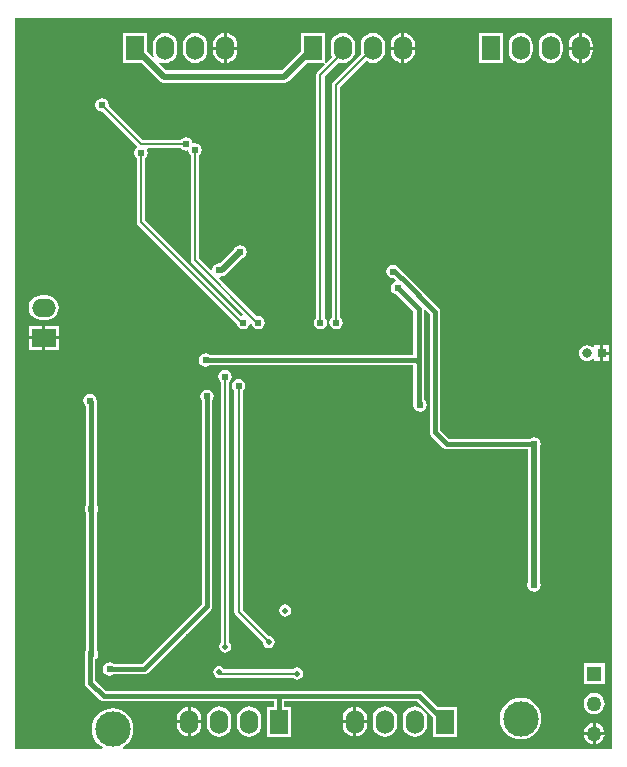
<source format=gbl>
G04*
G04 #@! TF.GenerationSoftware,Altium Limited,Altium Designer,18.1.9 (240)*
G04*
G04 Layer_Physical_Order=2*
G04 Layer_Color=16711680*
%FSLAX24Y24*%
%MOIN*%
G70*
G01*
G75*
%ADD12C,0.0080*%
%ADD61C,0.0150*%
%ADD64C,0.0200*%
%ADD65C,0.1181*%
%ADD66O,0.0600X0.0800*%
%ADD67R,0.0600X0.0800*%
%ADD68O,0.0800X0.0600*%
%ADD69R,0.0800X0.0600*%
%ADD70C,0.0500*%
%ADD71R,0.0500X0.0500*%
%ADD72R,0.0315X0.0315*%
%ADD73C,0.0315*%
%ADD74C,0.0197*%
%ADD75C,0.0240*%
G36*
X30007Y25493D02*
X13691D01*
X13679Y25543D01*
X13736Y25573D01*
X13841Y25659D01*
X13927Y25764D01*
X13991Y25884D01*
X14031Y26015D01*
X14044Y26150D01*
X14031Y26285D01*
X13991Y26416D01*
X13927Y26536D01*
X13841Y26641D01*
X13736Y26727D01*
X13616Y26791D01*
X13485Y26831D01*
X13350Y26844D01*
X13215Y26831D01*
X13084Y26791D01*
X12964Y26727D01*
X12859Y26641D01*
X12773Y26536D01*
X12709Y26416D01*
X12669Y26285D01*
X12656Y26150D01*
X12669Y26015D01*
X12709Y25884D01*
X12773Y25764D01*
X12859Y25659D01*
X12964Y25573D01*
X13021Y25543D01*
X13009Y25493D01*
X10093D01*
Y49850D01*
X30007D01*
Y25493D01*
D02*
G37*
%LPC*%
G36*
X29000Y49347D02*
Y48900D01*
X29353D01*
Y48950D01*
X29340Y49054D01*
X29299Y49152D01*
X29235Y49235D01*
X29152Y49299D01*
X29054Y49340D01*
X29000Y49347D01*
D02*
G37*
G36*
X23075D02*
Y48900D01*
X23428D01*
Y48950D01*
X23415Y49054D01*
X23374Y49152D01*
X23310Y49235D01*
X23227Y49299D01*
X23129Y49340D01*
X23075Y49347D01*
D02*
G37*
G36*
X17150D02*
Y48900D01*
X17503D01*
Y48950D01*
X17490Y49054D01*
X17449Y49152D01*
X17385Y49235D01*
X17302Y49299D01*
X17204Y49340D01*
X17150Y49347D01*
D02*
G37*
G36*
X28900D02*
X28846Y49340D01*
X28748Y49299D01*
X28665Y49235D01*
X28601Y49152D01*
X28560Y49054D01*
X28547Y48950D01*
Y48900D01*
X28900D01*
Y49347D01*
D02*
G37*
G36*
X22975D02*
X22921Y49340D01*
X22823Y49299D01*
X22740Y49235D01*
X22676Y49152D01*
X22635Y49054D01*
X22622Y48950D01*
Y48900D01*
X22975D01*
Y49347D01*
D02*
G37*
G36*
X17050D02*
X16996Y49340D01*
X16898Y49299D01*
X16815Y49235D01*
X16751Y49152D01*
X16710Y49054D01*
X16697Y48950D01*
Y48900D01*
X17050D01*
Y49347D01*
D02*
G37*
G36*
X29353Y48800D02*
X29000D01*
Y48353D01*
X29054Y48360D01*
X29152Y48401D01*
X29235Y48465D01*
X29299Y48548D01*
X29340Y48646D01*
X29353Y48750D01*
Y48800D01*
D02*
G37*
G36*
X23428D02*
X23075D01*
Y48353D01*
X23129Y48360D01*
X23227Y48401D01*
X23310Y48465D01*
X23374Y48548D01*
X23415Y48646D01*
X23428Y48750D01*
Y48800D01*
D02*
G37*
G36*
X17503D02*
X17150D01*
Y48353D01*
X17204Y48360D01*
X17302Y48401D01*
X17385Y48465D01*
X17449Y48548D01*
X17490Y48646D01*
X17503Y48750D01*
Y48800D01*
D02*
G37*
G36*
X28900D02*
X28547D01*
Y48750D01*
X28560Y48646D01*
X28601Y48548D01*
X28665Y48465D01*
X28748Y48401D01*
X28846Y48360D01*
X28900Y48353D01*
Y48800D01*
D02*
G37*
G36*
X22975D02*
X22622D01*
Y48750D01*
X22635Y48646D01*
X22676Y48548D01*
X22740Y48465D01*
X22823Y48401D01*
X22921Y48360D01*
X22975Y48353D01*
Y48800D01*
D02*
G37*
G36*
X17050D02*
X16697D01*
Y48750D01*
X16710Y48646D01*
X16751Y48548D01*
X16815Y48465D01*
X16898Y48401D01*
X16996Y48360D01*
X17050Y48353D01*
Y48800D01*
D02*
G37*
G36*
X21025Y49353D02*
X20921Y49340D01*
X20823Y49299D01*
X20740Y49235D01*
X20676Y49152D01*
X20635Y49054D01*
X20622Y48950D01*
Y48750D01*
X20635Y48646D01*
X20674Y48551D01*
X20475Y48352D01*
X20425Y48373D01*
X20425Y48391D01*
Y49350D01*
X19625D01*
Y48738D01*
X18991Y48104D01*
X15134D01*
X14887Y48351D01*
X14916Y48393D01*
X14996Y48360D01*
X15100Y48347D01*
X15204Y48360D01*
X15302Y48401D01*
X15385Y48465D01*
X15449Y48548D01*
X15490Y48646D01*
X15503Y48750D01*
Y48950D01*
X15490Y49054D01*
X15449Y49152D01*
X15385Y49235D01*
X15302Y49299D01*
X15204Y49340D01*
X15100Y49353D01*
X14996Y49340D01*
X14898Y49299D01*
X14815Y49235D01*
X14751Y49152D01*
X14710Y49054D01*
X14697Y48950D01*
Y48750D01*
X14710Y48646D01*
X14743Y48566D01*
X14701Y48537D01*
X14500Y48738D01*
Y49350D01*
X13700D01*
Y48350D01*
X14312D01*
X14906Y47756D01*
X14972Y47712D01*
X15050Y47696D01*
X19075D01*
X19153Y47712D01*
X19219Y47756D01*
X19813Y48350D01*
X20382D01*
X20402Y48350D01*
X20423Y48300D01*
X20176Y48053D01*
X20145Y48007D01*
X20134Y47952D01*
X20134Y47952D01*
Y39869D01*
X20119Y39859D01*
X20070Y39786D01*
X20053Y39700D01*
X20070Y39614D01*
X20119Y39541D01*
X20191Y39493D01*
X20277Y39476D01*
X20363Y39493D01*
X20436Y39541D01*
X20484Y39614D01*
X20501Y39700D01*
X20484Y39786D01*
X20436Y39859D01*
X20420Y39869D01*
Y47893D01*
X20897Y48370D01*
X20921Y48360D01*
X21025Y48347D01*
X21129Y48360D01*
X21227Y48401D01*
X21310Y48465D01*
X21374Y48548D01*
X21415Y48646D01*
X21428Y48750D01*
Y48950D01*
X21415Y49054D01*
X21374Y49152D01*
X21310Y49235D01*
X21227Y49299D01*
X21129Y49340D01*
X21025Y49353D01*
D02*
G37*
G36*
X26350Y49350D02*
X25550D01*
Y48350D01*
X26350D01*
Y49350D01*
D02*
G37*
G36*
X27950Y49353D02*
X27846Y49340D01*
X27748Y49299D01*
X27665Y49235D01*
X27601Y49152D01*
X27560Y49054D01*
X27547Y48950D01*
Y48750D01*
X27560Y48646D01*
X27601Y48548D01*
X27665Y48465D01*
X27748Y48401D01*
X27846Y48360D01*
X27950Y48347D01*
X28054Y48360D01*
X28152Y48401D01*
X28235Y48465D01*
X28299Y48548D01*
X28340Y48646D01*
X28353Y48750D01*
Y48950D01*
X28340Y49054D01*
X28299Y49152D01*
X28235Y49235D01*
X28152Y49299D01*
X28054Y49340D01*
X27950Y49353D01*
D02*
G37*
G36*
X26950D02*
X26846Y49340D01*
X26748Y49299D01*
X26665Y49235D01*
X26601Y49152D01*
X26560Y49054D01*
X26547Y48950D01*
Y48750D01*
X26560Y48646D01*
X26601Y48548D01*
X26665Y48465D01*
X26748Y48401D01*
X26846Y48360D01*
X26950Y48347D01*
X27054Y48360D01*
X27152Y48401D01*
X27235Y48465D01*
X27299Y48548D01*
X27340Y48646D01*
X27353Y48750D01*
Y48950D01*
X27340Y49054D01*
X27299Y49152D01*
X27235Y49235D01*
X27152Y49299D01*
X27054Y49340D01*
X26950Y49353D01*
D02*
G37*
G36*
X22025D02*
X21921Y49340D01*
X21823Y49299D01*
X21740Y49235D01*
X21676Y49152D01*
X21635Y49054D01*
X21622Y48950D01*
Y48750D01*
X21633Y48660D01*
X20699Y47726D01*
X20668Y47680D01*
X20657Y47625D01*
X20657Y47625D01*
Y39869D01*
X20641Y39859D01*
X20593Y39786D01*
X20576Y39700D01*
X20593Y39614D01*
X20641Y39541D01*
X20714Y39493D01*
X20800Y39476D01*
X20886Y39493D01*
X20959Y39541D01*
X21007Y39614D01*
X21024Y39700D01*
X21007Y39786D01*
X20959Y39859D01*
X20943Y39869D01*
Y47566D01*
X21797Y48420D01*
X21823Y48401D01*
X21921Y48360D01*
X22025Y48347D01*
X22129Y48360D01*
X22227Y48401D01*
X22310Y48465D01*
X22374Y48548D01*
X22415Y48646D01*
X22428Y48750D01*
Y48950D01*
X22415Y49054D01*
X22374Y49152D01*
X22310Y49235D01*
X22227Y49299D01*
X22129Y49340D01*
X22025Y49353D01*
D02*
G37*
G36*
X16100D02*
X15996Y49340D01*
X15898Y49299D01*
X15815Y49235D01*
X15751Y49152D01*
X15710Y49054D01*
X15697Y48950D01*
Y48750D01*
X15710Y48646D01*
X15751Y48548D01*
X15815Y48465D01*
X15898Y48401D01*
X15996Y48360D01*
X16100Y48347D01*
X16204Y48360D01*
X16302Y48401D01*
X16385Y48465D01*
X16449Y48548D01*
X16490Y48646D01*
X16503Y48750D01*
Y48950D01*
X16490Y49054D01*
X16449Y49152D01*
X16385Y49235D01*
X16302Y49299D01*
X16204Y49340D01*
X16100Y49353D01*
D02*
G37*
G36*
X11150Y40603D02*
X10950D01*
X10846Y40590D01*
X10748Y40549D01*
X10665Y40485D01*
X10601Y40402D01*
X10560Y40304D01*
X10547Y40200D01*
X10560Y40096D01*
X10601Y39998D01*
X10665Y39915D01*
X10748Y39851D01*
X10846Y39810D01*
X10950Y39797D01*
X11150D01*
X11254Y39810D01*
X11352Y39851D01*
X11435Y39915D01*
X11499Y39998D01*
X11540Y40096D01*
X11553Y40200D01*
X11540Y40304D01*
X11499Y40402D01*
X11435Y40485D01*
X11352Y40549D01*
X11254Y40590D01*
X11150Y40603D01*
D02*
G37*
G36*
X13000Y47174D02*
X12914Y47157D01*
X12841Y47109D01*
X12793Y47036D01*
X12776Y46950D01*
X12793Y46864D01*
X12841Y46791D01*
X12914Y46743D01*
X13000Y46726D01*
X13019Y46729D01*
X14164Y45584D01*
X14158Y45520D01*
X14141Y45509D01*
X14093Y45436D01*
X14076Y45350D01*
X14093Y45264D01*
X14141Y45191D01*
X14157Y45181D01*
Y43051D01*
X14157Y43051D01*
X14168Y42997D01*
X14199Y42951D01*
X17482Y39667D01*
X17493Y39614D01*
X17541Y39541D01*
X17614Y39493D01*
X17700Y39476D01*
X17786Y39493D01*
X17859Y39541D01*
X17907Y39614D01*
X17911Y39632D01*
X17967Y39657D01*
X17987Y39646D01*
X17993Y39614D01*
X18041Y39541D01*
X18114Y39493D01*
X18200Y39476D01*
X18286Y39493D01*
X18359Y39541D01*
X18407Y39614D01*
X18424Y39700D01*
X18407Y39786D01*
X18359Y39859D01*
X18286Y39907D01*
X18200Y39924D01*
X18155Y39915D01*
X16889Y41181D01*
X16913Y41228D01*
X16986Y41243D01*
X16991Y41246D01*
X17000D01*
X17078Y41262D01*
X17144Y41306D01*
X17680Y41842D01*
X17686Y41843D01*
X17759Y41891D01*
X17807Y41964D01*
X17824Y42050D01*
X17807Y42136D01*
X17759Y42209D01*
X17686Y42257D01*
X17600Y42274D01*
X17514Y42257D01*
X17441Y42209D01*
X17393Y42136D01*
X17392Y42130D01*
X16930Y41668D01*
X16900Y41674D01*
X16814Y41657D01*
X16741Y41609D01*
X16693Y41536D01*
X16678Y41463D01*
X16631Y41439D01*
X16243Y41827D01*
Y45281D01*
X16259Y45291D01*
X16307Y45364D01*
X16324Y45450D01*
X16307Y45536D01*
X16259Y45609D01*
X16186Y45657D01*
X16100Y45674D01*
X16023Y45659D01*
X16007Y45736D01*
X15959Y45809D01*
X15886Y45857D01*
X15800Y45874D01*
X15714Y45857D01*
X15641Y45809D01*
X15631Y45793D01*
X14359D01*
X13221Y46931D01*
X13224Y46950D01*
X13207Y47036D01*
X13159Y47109D01*
X13086Y47157D01*
X13000Y47174D01*
D02*
G37*
G36*
X11550Y39600D02*
X11100D01*
Y39250D01*
X11550D01*
Y39600D01*
D02*
G37*
G36*
X11000D02*
X10550D01*
Y39250D01*
X11000D01*
Y39600D01*
D02*
G37*
G36*
X11550Y39150D02*
X11100D01*
Y38800D01*
X11550D01*
Y39150D01*
D02*
G37*
G36*
X11000D02*
X10550D01*
Y38800D01*
X11000D01*
Y39150D01*
D02*
G37*
G36*
X29907Y38939D02*
X29700D01*
Y38731D01*
X29907D01*
Y38939D01*
D02*
G37*
G36*
Y38631D02*
X29700D01*
Y38424D01*
X29907D01*
Y38631D01*
D02*
G37*
G36*
X29158Y38941D02*
X29091Y38932D01*
X29028Y38906D01*
X28974Y38865D01*
X28933Y38811D01*
X28907Y38749D01*
X28898Y38681D01*
X28907Y38614D01*
X28933Y38552D01*
X28974Y38498D01*
X29028Y38456D01*
X29091Y38431D01*
X29158Y38422D01*
X29225Y38431D01*
X29288Y38456D01*
X29342Y38498D01*
X29343Y38499D01*
X29393Y38482D01*
Y38424D01*
X29600D01*
Y38681D01*
Y38939D01*
X29393D01*
Y38881D01*
X29343Y38864D01*
X29342Y38865D01*
X29288Y38906D01*
X29225Y38932D01*
X29158Y38941D01*
D02*
G37*
G36*
X22700Y41624D02*
X22614Y41607D01*
X22541Y41559D01*
X22493Y41486D01*
X22476Y41400D01*
X22493Y41314D01*
X22541Y41241D01*
X22614Y41193D01*
X22700Y41176D01*
X22716Y41179D01*
X22788Y41107D01*
X22774Y41059D01*
X22764Y41057D01*
X22691Y41009D01*
X22643Y40936D01*
X22626Y40850D01*
X22643Y40764D01*
X22691Y40691D01*
X22764Y40643D01*
X22815Y40633D01*
X23372Y40076D01*
Y38628D01*
X16579D01*
X16536Y38657D01*
X16450Y38674D01*
X16364Y38657D01*
X16291Y38609D01*
X16243Y38536D01*
X16226Y38450D01*
X16243Y38364D01*
X16291Y38291D01*
X16364Y38243D01*
X16450Y38226D01*
X16536Y38243D01*
X16579Y38272D01*
X23372D01*
Y37000D01*
X23379Y36965D01*
X23376Y36950D01*
X23393Y36864D01*
X23441Y36791D01*
X23514Y36743D01*
X23600Y36726D01*
X23686Y36743D01*
X23759Y36791D01*
X23807Y36864D01*
X23824Y36950D01*
X23807Y37036D01*
X23759Y37109D01*
X23728Y37129D01*
Y38350D01*
Y40101D01*
X23778Y40122D01*
X23922Y39979D01*
Y36050D01*
X23935Y35982D01*
X23974Y35924D01*
X24374Y35524D01*
X24374Y35524D01*
X24432Y35485D01*
X24500Y35472D01*
X27196D01*
Y31041D01*
X27193Y31036D01*
X27176Y30950D01*
X27193Y30864D01*
X27241Y30791D01*
X27314Y30743D01*
X27400Y30726D01*
X27486Y30743D01*
X27559Y30791D01*
X27607Y30864D01*
X27624Y30950D01*
X27607Y31036D01*
X27604Y31041D01*
Y35559D01*
X27607Y35564D01*
X27624Y35650D01*
X27607Y35736D01*
X27559Y35809D01*
X27486Y35857D01*
X27400Y35874D01*
X27314Y35857D01*
X27271Y35828D01*
X24574D01*
X24278Y36124D01*
Y40053D01*
X24278Y40053D01*
X24265Y40121D01*
X24226Y40179D01*
X24226Y40179D01*
X23109Y41296D01*
X23093Y41306D01*
X22894Y41506D01*
X22859Y41559D01*
X22786Y41607D01*
X22700Y41624D01*
D02*
G37*
G36*
X19100Y30302D02*
X19023Y30287D01*
X18957Y30243D01*
X18913Y30177D01*
X18898Y30100D01*
X18913Y30023D01*
X18957Y29957D01*
X19023Y29913D01*
X19100Y29898D01*
X19177Y29913D01*
X19243Y29957D01*
X19287Y30023D01*
X19302Y30100D01*
X19287Y30177D01*
X19243Y30243D01*
X19177Y30287D01*
X19100Y30302D01*
D02*
G37*
G36*
X17550Y37824D02*
X17464Y37807D01*
X17391Y37759D01*
X17343Y37686D01*
X17326Y37600D01*
X17343Y37514D01*
X17391Y37441D01*
X17407Y37431D01*
Y30050D01*
X17407Y30050D01*
X17418Y29995D01*
X17449Y29949D01*
X18348Y29050D01*
X18348Y29050D01*
X18363Y28973D01*
X18407Y28907D01*
X18473Y28863D01*
X18550Y28848D01*
X18627Y28863D01*
X18693Y28907D01*
X18737Y28973D01*
X18752Y29050D01*
X18737Y29127D01*
X18693Y29193D01*
X18627Y29237D01*
X18550Y29252D01*
X18550Y29252D01*
X17693Y30109D01*
Y37431D01*
X17709Y37441D01*
X17757Y37514D01*
X17774Y37600D01*
X17757Y37686D01*
X17709Y37759D01*
X17636Y37807D01*
X17550Y37824D01*
D02*
G37*
G36*
X17100Y38124D02*
X17014Y38107D01*
X16941Y38059D01*
X16893Y37986D01*
X16876Y37900D01*
X16893Y37814D01*
X16941Y37741D01*
X16957Y37731D01*
Y29043D01*
X16957Y29043D01*
X16913Y28977D01*
X16898Y28900D01*
X16913Y28823D01*
X16957Y28757D01*
X17023Y28713D01*
X17100Y28698D01*
X17177Y28713D01*
X17243Y28757D01*
X17287Y28823D01*
X17302Y28900D01*
X17287Y28977D01*
X17243Y29043D01*
X17243Y29043D01*
Y37731D01*
X17259Y37741D01*
X17307Y37814D01*
X17324Y37900D01*
X17307Y37986D01*
X17259Y38059D01*
X17186Y38107D01*
X17100Y38124D01*
D02*
G37*
G36*
X16500Y37458D02*
X16414Y37441D01*
X16341Y37392D01*
X16293Y37320D01*
X16276Y37234D01*
X16293Y37148D01*
X16322Y37105D01*
Y30326D01*
X14324Y28328D01*
X13379D01*
X13336Y28357D01*
X13250Y28374D01*
X13164Y28357D01*
X13091Y28309D01*
X13043Y28236D01*
X13026Y28150D01*
X13043Y28064D01*
X13091Y27991D01*
X13164Y27943D01*
X13250Y27926D01*
X13336Y27943D01*
X13379Y27972D01*
X14397D01*
X14466Y27985D01*
X14524Y28024D01*
X16626Y30126D01*
X16626Y30126D01*
X16665Y30184D01*
X16678Y30253D01*
Y37105D01*
X16707Y37148D01*
X16724Y37234D01*
X16707Y37320D01*
X16659Y37392D01*
X16586Y37441D01*
X16500Y37458D01*
D02*
G37*
G36*
X16900Y28252D02*
X16823Y28237D01*
X16757Y28193D01*
X16713Y28127D01*
X16698Y28050D01*
X16713Y27973D01*
X16757Y27907D01*
X16823Y27863D01*
X16900Y27848D01*
X16949Y27857D01*
X16950Y27857D01*
X16950Y27857D01*
X19354D01*
X19354Y27857D01*
X19420Y27813D01*
X19497Y27798D01*
X19575Y27813D01*
X19640Y27857D01*
X19684Y27923D01*
X19700Y28000D01*
X19684Y28077D01*
X19640Y28143D01*
X19575Y28187D01*
X19497Y28202D01*
X19420Y28187D01*
X19354Y28143D01*
X19354Y28143D01*
X17077D01*
X17043Y28193D01*
X16977Y28237D01*
X16900Y28252D01*
D02*
G37*
G36*
X29750Y28350D02*
X29050D01*
Y27650D01*
X29750D01*
Y28350D01*
D02*
G37*
G36*
X29400Y27353D02*
X29309Y27341D01*
X29223Y27306D01*
X29150Y27250D01*
X29094Y27177D01*
X29059Y27091D01*
X29047Y27000D01*
X29059Y26909D01*
X29094Y26823D01*
X29150Y26750D01*
X29223Y26694D01*
X29309Y26659D01*
X29400Y26647D01*
X29491Y26659D01*
X29577Y26694D01*
X29650Y26750D01*
X29706Y26823D01*
X29741Y26909D01*
X29753Y27000D01*
X29741Y27091D01*
X29706Y27177D01*
X29650Y27250D01*
X29577Y27306D01*
X29491Y27341D01*
X29400Y27353D01*
D02*
G37*
G36*
X21475Y26897D02*
Y26450D01*
X21828D01*
Y26500D01*
X21815Y26604D01*
X21774Y26702D01*
X21710Y26785D01*
X21627Y26849D01*
X21529Y26890D01*
X21475Y26897D01*
D02*
G37*
G36*
X21375D02*
X21321Y26890D01*
X21223Y26849D01*
X21140Y26785D01*
X21076Y26702D01*
X21035Y26604D01*
X21022Y26500D01*
Y26450D01*
X21375D01*
Y26897D01*
D02*
G37*
G36*
X15950D02*
Y26450D01*
X16303D01*
Y26500D01*
X16290Y26604D01*
X16249Y26702D01*
X16185Y26785D01*
X16102Y26849D01*
X16004Y26890D01*
X15950Y26897D01*
D02*
G37*
G36*
X15850D02*
X15796Y26890D01*
X15698Y26849D01*
X15615Y26785D01*
X15551Y26702D01*
X15510Y26604D01*
X15497Y26500D01*
Y26450D01*
X15850D01*
Y26897D01*
D02*
G37*
G36*
X29450Y26346D02*
Y26050D01*
X29746D01*
X29741Y26091D01*
X29706Y26177D01*
X29650Y26250D01*
X29577Y26306D01*
X29491Y26341D01*
X29450Y26346D01*
D02*
G37*
G36*
X29350D02*
X29309Y26341D01*
X29223Y26306D01*
X29150Y26250D01*
X29094Y26177D01*
X29059Y26091D01*
X29054Y26050D01*
X29350D01*
Y26346D01*
D02*
G37*
G36*
X21828Y26350D02*
X21475D01*
Y25903D01*
X21529Y25910D01*
X21627Y25951D01*
X21710Y26015D01*
X21774Y26098D01*
X21815Y26196D01*
X21828Y26300D01*
Y26350D01*
D02*
G37*
G36*
X21375D02*
X21022D01*
Y26300D01*
X21035Y26196D01*
X21076Y26098D01*
X21140Y26015D01*
X21223Y25951D01*
X21321Y25910D01*
X21375Y25903D01*
Y26350D01*
D02*
G37*
G36*
X16303D02*
X15950D01*
Y25903D01*
X16004Y25910D01*
X16102Y25951D01*
X16185Y26015D01*
X16249Y26098D01*
X16290Y26196D01*
X16303Y26300D01*
Y26350D01*
D02*
G37*
G36*
X15850D02*
X15497D01*
Y26300D01*
X15510Y26196D01*
X15551Y26098D01*
X15615Y26015D01*
X15698Y25951D01*
X15796Y25910D01*
X15850Y25903D01*
Y26350D01*
D02*
G37*
G36*
X12600Y37324D02*
X12514Y37307D01*
X12441Y37259D01*
X12393Y37186D01*
X12376Y37100D01*
X12393Y37014D01*
X12441Y36941D01*
X12464Y36926D01*
Y33629D01*
X12435Y33586D01*
X12418Y33500D01*
X12435Y33414D01*
X12464Y33371D01*
Y28771D01*
X12435Y28728D01*
X12418Y28642D01*
X12424Y28612D01*
X12422Y28600D01*
Y27700D01*
X12435Y27632D01*
X12474Y27574D01*
X12924Y27124D01*
X12982Y27085D01*
X13050Y27072D01*
X18722D01*
Y26900D01*
X18500D01*
Y25900D01*
X19300D01*
Y26900D01*
X19078D01*
Y27072D01*
X23501D01*
X24025Y26548D01*
Y25900D01*
X24825D01*
Y26900D01*
X24177D01*
X23701Y27376D01*
X23643Y27415D01*
X23575Y27428D01*
X13124D01*
X12778Y27774D01*
Y28469D01*
X12801Y28484D01*
X12849Y28556D01*
X12866Y28642D01*
X12849Y28728D01*
X12821Y28771D01*
Y33371D01*
X12849Y33414D01*
X12866Y33500D01*
X12849Y33586D01*
X12821Y33629D01*
Y37058D01*
X12818Y37069D01*
X12824Y37100D01*
X12807Y37186D01*
X12759Y37259D01*
X12686Y37307D01*
X12600Y37324D01*
D02*
G37*
G36*
X23425Y26903D02*
X23321Y26890D01*
X23223Y26849D01*
X23140Y26785D01*
X23076Y26702D01*
X23035Y26604D01*
X23022Y26500D01*
Y26300D01*
X23035Y26196D01*
X23076Y26098D01*
X23140Y26015D01*
X23223Y25951D01*
X23321Y25910D01*
X23425Y25897D01*
X23529Y25910D01*
X23627Y25951D01*
X23710Y26015D01*
X23774Y26098D01*
X23815Y26196D01*
X23828Y26300D01*
Y26500D01*
X23815Y26604D01*
X23774Y26702D01*
X23710Y26785D01*
X23627Y26849D01*
X23529Y26890D01*
X23425Y26903D01*
D02*
G37*
G36*
X22425D02*
X22321Y26890D01*
X22223Y26849D01*
X22140Y26785D01*
X22076Y26702D01*
X22035Y26604D01*
X22022Y26500D01*
Y26300D01*
X22035Y26196D01*
X22076Y26098D01*
X22140Y26015D01*
X22223Y25951D01*
X22321Y25910D01*
X22425Y25897D01*
X22529Y25910D01*
X22627Y25951D01*
X22710Y26015D01*
X22774Y26098D01*
X22815Y26196D01*
X22828Y26300D01*
Y26500D01*
X22815Y26604D01*
X22774Y26702D01*
X22710Y26785D01*
X22627Y26849D01*
X22529Y26890D01*
X22425Y26903D01*
D02*
G37*
G36*
X17900D02*
X17796Y26890D01*
X17698Y26849D01*
X17615Y26785D01*
X17551Y26702D01*
X17510Y26604D01*
X17497Y26500D01*
Y26300D01*
X17510Y26196D01*
X17551Y26098D01*
X17615Y26015D01*
X17698Y25951D01*
X17796Y25910D01*
X17900Y25897D01*
X18004Y25910D01*
X18102Y25951D01*
X18185Y26015D01*
X18249Y26098D01*
X18290Y26196D01*
X18303Y26300D01*
Y26500D01*
X18290Y26604D01*
X18249Y26702D01*
X18185Y26785D01*
X18102Y26849D01*
X18004Y26890D01*
X17900Y26903D01*
D02*
G37*
G36*
X16900D02*
X16796Y26890D01*
X16698Y26849D01*
X16615Y26785D01*
X16551Y26702D01*
X16510Y26604D01*
X16497Y26500D01*
Y26300D01*
X16510Y26196D01*
X16551Y26098D01*
X16615Y26015D01*
X16698Y25951D01*
X16796Y25910D01*
X16900Y25897D01*
X17004Y25910D01*
X17102Y25951D01*
X17185Y26015D01*
X17249Y26098D01*
X17290Y26196D01*
X17303Y26300D01*
Y26500D01*
X17290Y26604D01*
X17249Y26702D01*
X17185Y26785D01*
X17102Y26849D01*
X17004Y26890D01*
X16900Y26903D01*
D02*
G37*
G36*
X26950Y27194D02*
X26815Y27181D01*
X26684Y27141D01*
X26564Y27077D01*
X26459Y26991D01*
X26373Y26886D01*
X26309Y26766D01*
X26269Y26635D01*
X26256Y26500D01*
X26269Y26365D01*
X26309Y26234D01*
X26373Y26114D01*
X26459Y26009D01*
X26564Y25923D01*
X26684Y25859D01*
X26815Y25819D01*
X26950Y25806D01*
X27085Y25819D01*
X27216Y25859D01*
X27336Y25923D01*
X27441Y26009D01*
X27527Y26114D01*
X27591Y26234D01*
X27631Y26365D01*
X27644Y26500D01*
X27631Y26635D01*
X27591Y26766D01*
X27527Y26886D01*
X27441Y26991D01*
X27336Y27077D01*
X27216Y27141D01*
X27085Y27181D01*
X26950Y27194D01*
D02*
G37*
G36*
X29746Y25950D02*
X29450D01*
Y25654D01*
X29491Y25659D01*
X29577Y25694D01*
X29650Y25750D01*
X29706Y25823D01*
X29741Y25909D01*
X29746Y25950D01*
D02*
G37*
G36*
X29350D02*
X29054D01*
X29059Y25909D01*
X29094Y25823D01*
X29150Y25750D01*
X29223Y25694D01*
X29309Y25659D01*
X29350Y25654D01*
Y25950D01*
D02*
G37*
%LPD*%
G36*
X15641Y45491D02*
X15714Y45443D01*
X15800Y45426D01*
X15877Y45441D01*
X15893Y45364D01*
X15941Y45291D01*
X15957Y45281D01*
Y41768D01*
X15957Y41768D01*
X15968Y41714D01*
X15999Y41667D01*
X17684Y39982D01*
X17669Y39933D01*
X17629Y39924D01*
X14443Y43111D01*
Y45181D01*
X14459Y45191D01*
X14507Y45264D01*
X14524Y45350D01*
X14507Y45436D01*
X14489Y45463D01*
X14513Y45507D01*
X15631D01*
X15641Y45491D01*
D02*
G37*
D12*
X20277Y47952D02*
X21100Y48775D01*
X17550Y30050D02*
Y37600D01*
Y30050D02*
X18550Y29050D01*
X16900Y28050D02*
X16950Y28000D01*
X19497D01*
X17100Y28900D02*
Y37900D01*
X16100Y41768D02*
Y45450D01*
X20277Y39700D02*
Y47952D01*
X20800Y39700D02*
Y47625D01*
X22025Y48850D01*
X17651Y39700D02*
X17700D01*
X21025Y48850D02*
X21100Y48775D01*
X18168Y39700D02*
X18200D01*
X16100Y41768D02*
X18168Y39700D01*
X14300Y43051D02*
Y45350D01*
Y43051D02*
X17651Y39700D01*
X13000Y46950D02*
X14300Y45650D01*
X15800D01*
D61*
X18900Y27250D02*
X23575D01*
X13050D02*
X18900D01*
Y26400D02*
Y27250D01*
X23575D02*
X24425Y26400D01*
X12600Y27700D02*
X13050Y27250D01*
X16450Y38450D02*
X23450D01*
X16500Y30253D02*
Y37234D01*
X14397Y28150D02*
X16500Y30253D01*
X13250Y28150D02*
X14397D01*
X12642Y33500D02*
Y37058D01*
Y28642D02*
Y33500D01*
X24500Y35650D02*
X27400D01*
X24100Y36050D02*
X24500Y35650D01*
X24100Y36050D02*
Y40053D01*
X23550Y37000D02*
Y38350D01*
Y37000D02*
X23600Y36950D01*
X22983Y41170D02*
X24100Y40053D01*
X22977Y41170D02*
X22983D01*
X22747Y41400D02*
X22977Y41170D01*
X22700Y41400D02*
X22747D01*
X23550Y38350D02*
Y40150D01*
X22850Y40850D02*
X23550Y40150D01*
X12600Y27700D02*
Y28600D01*
X12642Y28642D01*
X12600Y37100D02*
X12642Y37058D01*
X23450Y38450D02*
X23550Y38350D01*
D64*
X14100Y48850D02*
X15050Y47900D01*
X19075D01*
X20025Y48850D01*
X27400Y30950D02*
Y35650D01*
X17000Y41450D02*
X17600Y42050D01*
X16900Y41450D02*
X17000D01*
D65*
X26950Y26500D02*
D03*
X13350Y26150D02*
D03*
D66*
X17100Y48850D02*
D03*
X15100D02*
D03*
X16100D02*
D03*
X23025D02*
D03*
X21025D02*
D03*
X22025D02*
D03*
X28950D02*
D03*
X26950D02*
D03*
X27950D02*
D03*
X15900Y26400D02*
D03*
X17900D02*
D03*
X16900D02*
D03*
X21425D02*
D03*
X23425D02*
D03*
X22425D02*
D03*
D67*
X14100Y48850D02*
D03*
X20025D02*
D03*
X25950D02*
D03*
X18900Y26400D02*
D03*
X24425D02*
D03*
D68*
X11050Y40200D02*
D03*
D69*
Y39200D02*
D03*
D70*
X29400Y26000D02*
D03*
Y27000D02*
D03*
D71*
Y28000D02*
D03*
D72*
X29650Y38681D02*
D03*
D73*
X29158D02*
D03*
D74*
X23750Y43550D02*
D03*
X27050Y43700D02*
D03*
X25600Y38500D02*
D03*
X26050Y37550D02*
D03*
X26650Y37050D02*
D03*
X27150Y36450D02*
D03*
X21550Y29600D02*
D03*
X20200Y28700D02*
D03*
X16650Y28500D02*
D03*
X16850Y31350D02*
D03*
X16800Y34250D02*
D03*
X18000Y46850D02*
D03*
X13350Y45550D02*
D03*
X16550Y43300D02*
D03*
X16600Y44550D02*
D03*
X15350Y43750D02*
D03*
X15700Y42250D02*
D03*
X15100Y42850D02*
D03*
X14600Y43750D02*
D03*
X17700Y43900D02*
D03*
X17150Y43500D02*
D03*
X19600Y42300D02*
D03*
Y43500D02*
D03*
X26250Y42300D02*
D03*
X25500Y42350D02*
D03*
X24400Y40500D02*
D03*
X27800Y29250D02*
D03*
X26750Y30150D02*
D03*
X25850Y31050D02*
D03*
X24600Y32300D02*
D03*
X23100Y32200D02*
D03*
X21450Y36100D02*
D03*
X20700Y36050D02*
D03*
X19850D02*
D03*
X21600Y37500D02*
D03*
X21500Y36750D02*
D03*
X20750Y36700D02*
D03*
X19900D02*
D03*
X20800Y37500D02*
D03*
X19850Y37550D02*
D03*
X14650Y30650D02*
D03*
X14050D02*
D03*
X11900Y29600D02*
D03*
X19100Y30100D02*
D03*
X20150Y30300D02*
D03*
X24200Y29217D02*
D03*
X18550Y29050D02*
D03*
X16900Y28050D02*
D03*
X19497Y28000D02*
D03*
X17100Y28900D02*
D03*
D75*
X16100Y45450D02*
D03*
X16450Y38450D02*
D03*
X12642Y33500D02*
D03*
X17550Y37600D02*
D03*
X17100Y37900D02*
D03*
X18699Y39045D02*
D03*
X24950Y34750D02*
D03*
X19350Y45950D02*
D03*
X23415Y47100D02*
D03*
X27900Y42850D02*
D03*
X27450Y44400D02*
D03*
X13000Y42550D02*
D03*
X12932Y44100D02*
D03*
X12600Y49650D02*
D03*
X17800Y46000D02*
D03*
X19200Y40850D02*
D03*
X18388Y41500D02*
D03*
X26175Y29553D02*
D03*
X23000Y30400D02*
D03*
X15900Y29217D02*
D03*
X11700Y30650D02*
D03*
X11850Y37500D02*
D03*
X14650Y39400D02*
D03*
X13600Y39950D02*
D03*
X13180Y40933D02*
D03*
X22850Y39045D02*
D03*
X23200Y33750D02*
D03*
X21750Y31200D02*
D03*
X24900Y33250D02*
D03*
X23350Y45900D02*
D03*
X29600Y41950D02*
D03*
X29500Y45550D02*
D03*
X13000Y44895D02*
D03*
X18850Y46700D02*
D03*
X16900Y45650D02*
D03*
X10450Y48200D02*
D03*
X11000Y43750D02*
D03*
X13800Y41500D02*
D03*
X10600Y36400D02*
D03*
Y32750D02*
D03*
X10800Y27850D02*
D03*
X16150Y31600D02*
D03*
X18900Y34550D02*
D03*
X19150Y31250D02*
D03*
X26900Y28600D02*
D03*
X29350Y31350D02*
D03*
X29500Y36150D02*
D03*
X26250Y33850D02*
D03*
X26900Y31492D02*
D03*
X26496Y32200D02*
D03*
X26810Y33300D02*
D03*
X26350Y34650D02*
D03*
X23900D02*
D03*
X22400Y34750D02*
D03*
X24040Y30900D02*
D03*
X22600Y31600D02*
D03*
X23600Y36950D02*
D03*
X20277Y39700D02*
D03*
X20800D02*
D03*
X13000Y46950D02*
D03*
X22700Y41400D02*
D03*
X27400Y35650D02*
D03*
X17700Y39700D02*
D03*
X22850Y40850D02*
D03*
X16500Y37234D02*
D03*
X12600Y37100D02*
D03*
X12642Y28642D02*
D03*
X27400Y30950D02*
D03*
X13250Y28150D02*
D03*
X18200Y39700D02*
D03*
X14300Y45350D02*
D03*
X15800Y45650D02*
D03*
X16900Y41450D02*
D03*
X17600Y42050D02*
D03*
M02*

</source>
